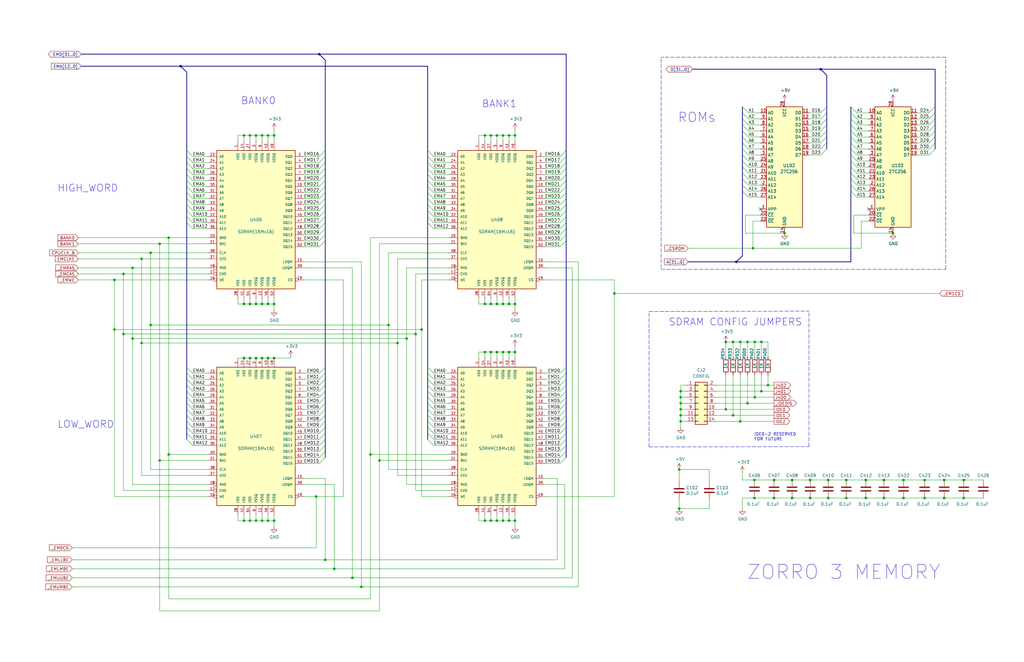
<source format=kicad_sch>
(kicad_sch (version 20231120) (generator "eeschema") (generator_version "8.0")
  (paper "B")
  (title_block (title "Amiga N2630 MC68882 PLCC") (date "2024-03-24") (rev "4.1.0a"))
  (junction (at 107.95 151.13))
  (junction (at 346.075 29.21))
  (junction (at 212.09 57.15))
  (junction (at 207.01 128.27))
  (junction (at 133.35 209.55))
  (junction (at 398.145 210.185))
  (junction (at 115.57 219.71))
  (junction (at 113.03 219.71))
  (junction (at 76.2 27.94))
  (junction (at 334.01 202.565))
  (junction (at 406.4 210.185))
  (junction (at 334.01 210.185))
  (junction (at 381 202.565))
  (junction (at 175.26 140.97))
  (junction (at 312.166 177.8))
  (junction (at 71.12 191.77))
  (junction (at 306.07 144.272))
  (junction (at 115.57 57.15))
  (junction (at 110.49 219.71))
  (junction (at 140.97 240.03))
  (junction (at 318.135 210.185))
  (junction (at 55.88 142.875))
  (junction (at 318.135 202.565))
  (junction (at 365.125 202.565))
  (junction (at 398.145 202.565))
  (junction (at 372.745 210.185))
  (junction (at 321.056 144.272))
  (junction (at 107.95 219.71))
  (junction (at 321.056 165.1))
  (junction (at 381 210.185))
  (junction (at 376.555 98.425))
  (junction (at 326.39 202.565))
  (junction (at 113.03 151.13))
  (junction (at 212.09 128.27))
  (junction (at 315.214 170.18))
  (junction (at 317.5 104.775))
  (junction (at 204.47 219.71))
  (junction (at 312.166 144.272))
  (junction (at 349.25 210.185))
  (junction (at 171.45 142.875))
  (junction (at 341.63 210.185))
  (junction (at 207.01 148.59))
  (junction (at 102.87 151.13))
  (junction (at 330.835 98.425))
  (junction (at 310.515 110.49))
  (junction (at 115.57 128.27))
  (junction (at 102.87 57.15))
  (junction (at 177.8 139.065))
  (junction (at 217.17 219.71))
  (junction (at 306.07 172.72))
  (junction (at 152.4 247.65))
  (junction (at 209.55 148.59))
  (junction (at 287.02 175.26))
  (junction (at 204.47 57.15))
  (junction (at 209.55 128.27))
  (junction (at 287.02 165.1))
  (junction (at 204.47 148.59))
  (junction (at 323.85 162.56))
  (junction (at 209.55 57.15))
  (junction (at 105.41 128.27))
  (junction (at 67.31 102.87))
  (junction (at 356.87 210.185))
  (junction (at 63.5 137.16))
  (junction (at 214.63 57.15))
  (junction (at 214.63 148.59))
  (junction (at 309.118 144.272))
  (junction (at 110.49 151.13))
  (junction (at 309.118 175.26))
  (junction (at 59.69 144.78))
  (junction (at 217.17 57.15))
  (junction (at 167.64 144.78))
  (junction (at 52.07 140.97))
  (junction (at 55.88 113.03))
  (junction (at 102.87 128.27))
  (junction (at 163.83 137.16))
  (junction (at 59.69 109.22))
  (junction (at 287.02 167.64))
  (junction (at 341.63 202.565))
  (junction (at 207.01 219.71))
  (junction (at 318.262 167.64))
  (junction (at 156.21 191.77))
  (junction (at 160.02 194.31))
  (junction (at 209.55 219.71))
  (junction (at 105.41 151.13))
  (junction (at 105.41 57.15))
  (junction (at 63.5 106.68))
  (junction (at 372.745 202.565))
  (junction (at 105.41 219.71))
  (junction (at 48.26 139.065))
  (junction (at 67.31 194.31))
  (junction (at 287.02 172.72))
  (junction (at 107.95 57.15))
  (junction (at 326.39 210.185))
  (junction (at 286.385 198.12))
  (junction (at 259.08 123.825))
  (junction (at 406.4 202.565))
  (junction (at 48.26 118.11))
  (junction (at 148.59 243.84))
  (junction (at 110.49 57.15))
  (junction (at 52.07 115.57))
  (junction (at 212.09 148.59))
  (junction (at 315.214 144.272))
  (junction (at 356.87 202.565))
  (junction (at 102.87 219.71))
  (junction (at 71.12 100.33))
  (junction (at 287.02 170.18))
  (junction (at 134.62 22.86))
  (junction (at 217.17 128.27))
  (junction (at 214.63 128.27))
  (junction (at 115.57 151.13))
  (junction (at 365.125 210.185))
  (junction (at 110.49 128.27))
  (junction (at 204.47 128.27))
  (junction (at 137.16 236.22))
  (junction (at 318.262 144.272))
  (junction (at 217.17 148.59))
  (junction (at 287.02 177.8))
  (junction (at 113.03 57.15))
  (junction (at 389.89 210.185))
  (junction (at 107.95 128.27))
  (junction (at 113.03 128.27))
  (junction (at 207.01 57.15))
  (junction (at 214.63 219.71))
  (junction (at 286.385 214.63))
  (junction (at 349.25 202.565))
  (junction (at 389.89 202.565))
  (junction (at 212.09 219.71))
  (no_connect (at 366.395 88.265))
  (no_connect (at 320.675 88.265))
  (bus_entry (at 81.28 157.48) (size -2.54 -2.54))
  (bus_entry (at 236.22 83.82) (size 2.54 -2.54))
  (bus_entry (at 134.62 101.6) (size 2.54 -2.54))
  (bus_entry (at 134.62 86.36) (size 2.54 -2.54))
  (bus_entry (at 236.22 193.04) (size 2.54 -2.54))
  (bus_entry (at 236.22 172.72) (size 2.54 -2.54))
  (bus_entry (at 391.795 65.405) (size 2.54 -2.54))
  (bus_entry (at 134.62 187.96) (size 2.54 -2.54))
  (bus_entry (at 81.28 86.36) (size -2.54 -2.54))
  (bus_entry (at 391.795 52.705) (size 2.54 -2.54))
  (bus_entry (at 81.28 88.9) (size -2.54 -2.54))
  (bus_entry (at 236.22 73.66) (size 2.54 -2.54))
  (bus_entry (at 81.28 73.66) (size -2.54 -2.54))
  (bus_entry (at 134.62 193.04) (size 2.54 -2.54))
  (bus_entry (at 134.62 190.5) (size 2.54 -2.54))
  (bus_entry (at 236.22 66.04) (size 2.54 -2.54))
  (bus_entry (at 134.62 170.18) (size 2.54 -2.54))
  (bus_entry (at 134.62 88.9) (size 2.54 -2.54))
  (bus_entry (at 315.595 70.485) (size -2.54 -2.54))
  (bus_entry (at 182.88 66.04) (size -2.54 -2.54))
  (bus_entry (at 182.88 88.9) (size -2.54 -2.54))
  (bus_entry (at 182.88 180.34) (size -2.54 -2.54))
  (bus_entry (at 236.22 71.12) (size 2.54 -2.54))
  (bus_entry (at 134.62 182.88) (size 2.54 -2.54))
  (bus_entry (at 81.28 93.98) (size -2.54 -2.54))
  (bus_entry (at 361.315 47.625) (size -2.54 -2.54))
  (bus_entry (at 81.28 172.72) (size -2.54 -2.54))
  (bus_entry (at 81.28 71.12) (size -2.54 -2.54))
  (bus_entry (at 361.315 52.705) (size -2.54 -2.54))
  (bus_entry (at 361.315 55.245) (size -2.54 -2.54))
  (bus_entry (at 346.075 65.405) (size 2.54 -2.54))
  (bus_entry (at 182.88 78.74) (size -2.54 -2.54))
  (bus_entry (at 182.88 175.26) (size -2.54 -2.54))
  (bus_entry (at 182.88 187.96) (size -2.54 -2.54))
  (bus_entry (at 182.88 177.8) (size -2.54 -2.54))
  (bus_entry (at 182.88 91.44) (size -2.54 -2.54))
  (bus_entry (at 236.22 68.58) (size 2.54 -2.54))
  (bus_entry (at 315.595 47.625) (size -2.54 -2.54))
  (bus_entry (at 81.28 83.82) (size -2.54 -2.54))
  (bus_entry (at 134.62 180.34) (size 2.54 -2.54))
  (bus_entry (at 236.22 76.2) (size 2.54 -2.54))
  (bus_entry (at 182.88 170.18) (size -2.54 -2.54))
  (bus_entry (at 315.595 78.105) (size -2.54 -2.54))
  (bus_entry (at 346.075 55.245) (size 2.54 -2.54))
  (bus_entry (at 236.22 177.8) (size 2.54 -2.54))
  (bus_entry (at 361.315 83.185) (size -2.54 -2.54))
  (bus_entry (at 315.595 67.945) (size -2.54 -2.54))
  (bus_entry (at 236.22 182.88) (size 2.54 -2.54))
  (bus_entry (at 81.28 68.58) (size -2.54 -2.54))
  (bus_entry (at 81.28 165.1) (size -2.54 -2.54))
  (bus_entry (at 361.315 73.025) (size -2.54 -2.54))
  (bus_entry (at 81.28 162.56) (size -2.54 -2.54))
  (bus_entry (at 236.22 93.98) (size 2.54 -2.54))
  (bus_entry (at 81.28 187.96) (size -2.54 -2.54))
  (bus_entry (at 236.22 86.36) (size 2.54 -2.54))
  (bus_entry (at 315.595 80.645) (size -2.54 -2.54))
  (bus_entry (at 81.28 175.26) (size -2.54 -2.54))
  (bus_entry (at 236.22 165.1) (size 2.54 -2.54))
  (bus_entry (at 134.62 167.64) (size 2.54 -2.54))
  (bus_entry (at 81.28 177.8) (size -2.54 -2.54))
  (bus_entry (at 315.595 52.705) (size -2.54 -2.54))
  (bus_entry (at 134.62 78.74) (size 2.54 -2.54))
  (bus_entry (at 361.315 62.865) (size -2.54 -2.54))
  (bus_entry (at 236.22 167.64) (size 2.54 -2.54))
  (bus_entry (at 236.22 175.26) (size 2.54 -2.54))
  (bus_entry (at 361.315 65.405) (size -2.54 -2.54))
  (bus_entry (at 236.22 81.28) (size 2.54 -2.54))
  (bus_entry (at 134.62 93.98) (size 2.54 -2.54))
  (bus_entry (at 182.88 162.56) (size -2.54 -2.54))
  (bus_entry (at 236.22 180.34) (size 2.54 -2.54))
  (bus_entry (at 391.795 50.165) (size 2.54 -2.54))
  (bus_entry (at 182.88 167.64) (size -2.54 -2.54))
  (bus_entry (at 236.22 185.42) (size 2.54 -2.54))
  (bus_entry (at 134.62 73.66) (size 2.54 -2.54))
  (bus_entry (at 182.88 83.82) (size -2.54 -2.54))
  (bus_entry (at 134.62 71.12) (size 2.54 -2.54))
  (bus_entry (at 236.22 101.6) (size 2.54 -2.54))
  (bus_entry (at 134.62 160.02) (size 2.54 -2.54))
  (bus_entry (at 182.88 76.2) (size -2.54 -2.54))
  (bus_entry (at 134.62 165.1) (size 2.54 -2.54))
  (bus_entry (at 81.28 167.64) (size -2.54 -2.54))
  (bus_entry (at 236.22 190.5) (size 2.54 -2.54))
  (bus_entry (at 182.88 165.1) (size -2.54 -2.54))
  (bus_entry (at 315.595 75.565) (size -2.54 -2.54))
  (bus_entry (at 346.075 47.625) (size 2.54 -2.54))
  (bus_entry (at 134.62 68.58) (size 2.54 -2.54))
  (bus_entry (at 134.62 66.04) (size 2.54 -2.54))
  (bus_entry (at 315.595 55.245) (size -2.54 -2.54))
  (bus_entry (at 315.595 73.025) (size -2.54 -2.54))
  (bus_entry (at 81.28 96.52) (size -2.54 -2.54))
  (bus_entry (at 236.22 187.96) (size 2.54 -2.54))
  (bus_entry (at 361.315 60.325) (size -2.54 -2.54))
  (bus_entry (at 81.28 76.2) (size -2.54 -2.54))
  (bus_entry (at 134.62 91.44) (size 2.54 -2.54))
  (bus_entry (at 134.62 99.06) (size 2.54 -2.54))
  (bus_entry (at 236.22 88.9) (size 2.54 -2.54))
  (bus_entry (at 236.22 195.58) (size 2.54 -2.54))
  (bus_entry (at 182.88 182.88) (size -2.54 -2.54))
  (bus_entry (at 182.88 157.48) (size -2.54 -2.54))
  (bus_entry (at 361.315 67.945) (size -2.54 -2.54))
  (bus_entry (at 346.075 57.785) (size 2.54 -2.54))
  (bus_entry (at 134.62 96.52) (size 2.54 -2.54))
  (bus_entry (at 134.62 162.56) (size 2.54 -2.54))
  (bus_entry (at 81.28 185.42) (size -2.54 -2.54))
  (bus_entry (at 134.62 172.72) (size 2.54 -2.54))
  (bus_entry (at 236.22 96.52) (size 2.54 -2.54))
  (bus_entry (at 81.28 66.04) (size -2.54 -2.54))
  (bus_entry (at 81.28 81.28) (size -2.54 -2.54))
  (bus_entry (at 236.22 104.14) (size 2.54 -2.54))
  (bus_entry (at 236.22 78.74) (size 2.54 -2.54))
  (bus_entry (at 81.28 170.18) (size -2.54 -2.54))
  (bus_entry (at 81.28 78.74) (size -2.54 -2.54))
  (bus_entry (at 236.22 99.06) (size 2.54 -2.54))
  (bus_entry (at 315.595 83.185) (size -2.54 -2.54))
  (bus_entry (at 236.22 162.56) (size 2.54 -2.54))
  (bus_entry (at 134.62 185.42) (size 2.54 -2.54))
  (bus_entry (at 236.22 160.02) (size 2.54 -2.54))
  (bus_entry (at 182.88 185.42) (size -2.54 -2.54))
  (bus_entry (at 346.075 60.325) (size 2.54 -2.54))
  (bus_entry (at 346.075 52.705) (size 2.54 -2.54))
  (bus_entry (at 361.315 57.785) (size -2.54 -2.54))
  (bus_entry (at 134.62 83.82) (size 2.54 -2.54))
  (bus_entry (at 182.88 71.12) (size -2.54 -2.54))
  (bus_entry (at 361.315 70.485) (size -2.54 -2.54))
  (bus_entry (at 81.28 180.34) (size -2.54 -2.54))
  (bus_entry (at 236.22 157.48) (size 2.54 -2.54))
  (bus_entry (at 315.595 50.165) (size -2.54 -2.54))
  (bus_entry (at 391.795 62.865) (size 2.54 -2.54))
  (bus_entry (at 391.795 55.245) (size 2.54 -2.54))
  (bus_entry (at 134.62 177.8) (size 2.54 -2.54))
  (bus_entry (at 182.88 93.98) (size -2.54 -2.54))
  (bus_entry (at 81.28 182.88) (size -2.54 -2.54))
  (bus_entry (at 346.075 62.865) (size 2.54 -2.54))
  (bus_entry (at 315.595 57.785) (size -2.54 -2.54))
  (bus_entry (at 236.22 91.44) (size 2.54 -2.54))
  (bus_entry (at 182.88 160.02) (size -2.54 -2.54))
  (bus_entry (at 134.62 104.14) (size 2.54 -2.54))
  (bus_entry (at 391.795 60.325) (size 2.54 -2.54))
  (bus_entry (at 182.88 172.72) (size -2.54 -2.54))
  (bus_entry (at 134.62 195.58) (size 2.54 -2.54))
  (bus_entry (at 361.315 80.645) (size -2.54 -2.54))
  (bus_entry (at 315.595 65.405) (size -2.54 -2.54))
  (bus_entry (at 391.795 57.785) (size 2.54 -2.54))
  (bus_entry (at 391.795 47.625) (size 2.54 -2.54))
  (bus_entry (at 182.88 68.58) (size -2.54 -2.54))
  (bus_entry (at 134.62 81.28) (size 2.54 -2.54))
  (bus_entry (at 361.315 75.565) (size -2.54 -2.54))
  (bus_entry (at 182.88 86.36) (size -2.54 -2.54))
  (bus_entry (at 81.28 91.44) (size -2.54 -2.54))
  (bus_entry (at 346.075 50.165) (size 2.54 -2.54))
  (bus_entry (at 182.88 81.28) (size -2.54 -2.54))
  (bus_entry (at 315.595 62.865) (size -2.54 -2.54))
  (bus_entry (at 134.62 157.48) (size 2.54 -2.54))
  (bus_entry (at 361.315 50.165) (size -2.54 -2.54))
  (bus_entry (at 134.62 76.2) (size 2.54 -2.54))
  (bus_entry (at 361.315 78.105) (size -2.54 -2.54))
  (bus_entry (at 81.28 160.02) (size -2.54 -2.54))
  (bus_entry (at 134.62 175.26) (size 2.54 -2.54))
  (bus_entry (at 315.595 60.325) (size -2.54 -2.54))
  (bus_entry (at 182.88 73.66) (size -2.54 -2.54))
  (bus_entry (at 236.22 170.18) (size 2.54 -2.54))
  (bus_entry (at 182.88 96.52) (size -2.54 -2.54))
  (bus (pts (xy 238.76 22.86) (xy 238.76 63.5)))
  (bus (pts (xy 78.74 93.98) (xy 78.74 154.94)))
  (wire (pts (xy 214.63 151.13) (xy 214.63 148.59)))
  (bus (pts (xy 346.075 29.21) (xy 394.335 29.21)))
  (wire (pts (xy 128.27 71.12) (xy 134.62 71.12)))
  (wire (pts (xy 229.87 157.48) (xy 236.22 157.48)))
  (wire (pts (xy 87.63 182.88) (xy 81.28 182.88)))
  (wire (pts (xy 314.325 90.805) (xy 314.325 98.425)))
  (wire (pts (xy 128.27 68.58) (xy 134.62 68.58)))
  (wire (pts (xy 381 210.185) (xy 389.89 210.185)))
  (wire (pts (xy 167.64 144.78) (xy 167.64 200.66)))
  (wire (pts (xy 115.57 57.15) (xy 115.57 54.61)))
  (wire (pts (xy 229.87 170.18) (xy 236.22 170.18)))
  (wire (pts (xy 115.57 59.69) (xy 115.57 57.15)))
  (bus (pts (xy 238.76 66.04) (xy 238.76 68.58)))
  (wire (pts (xy 59.69 200.66) (xy 59.69 144.78)))
  (bus (pts (xy 238.76 175.26) (xy 238.76 177.8)))
  (wire (pts (xy 156.21 252.73) (xy 71.12 252.73)))
  (bus (pts (xy 313.055 47.625) (xy 313.055 50.165)))
  (wire (pts (xy 323.85 158.242) (xy 323.85 162.56)))
  (bus (pts (xy 358.775 62.865) (xy 358.775 65.405)))
  (bus (pts (xy 238.76 154.94) (xy 238.76 157.48)))
  (wire (pts (xy 189.23 160.02) (xy 182.88 160.02)))
  (bus (pts (xy 180.34 27.94) (xy 180.34 63.5)))
  (wire (pts (xy 363.22 93.345) (xy 363.22 104.775)))
  (bus (pts (xy 358.775 67.945) (xy 358.775 70.485)))
  (wire (pts (xy 321.056 158.242) (xy 321.056 165.1)))
  (wire (pts (xy 229.87 76.2) (xy 236.22 76.2)))
  (bus (pts (xy 137.16 185.42) (xy 137.16 187.96)))
  (wire (pts (xy 189.23 115.57) (xy 175.26 115.57)))
  (wire (pts (xy 386.715 52.705) (xy 391.795 52.705)))
  (bus (pts (xy 180.34 162.56) (xy 180.34 165.1)))
  (wire (pts (xy 59.69 144.78) (xy 167.64 144.78)))
  (wire (pts (xy 87.63 113.03) (xy 55.88 113.03)))
  (bus (pts (xy 238.76 99.06) (xy 238.76 101.6)))
  (wire (pts (xy 128.27 190.5) (xy 134.62 190.5)))
  (bus (pts (xy 358.775 60.325) (xy 358.775 62.865)))
  (wire (pts (xy 302.006 177.8) (xy 312.166 177.8)))
  (wire (pts (xy 289.306 172.72) (xy 287.02 172.72)))
  (bus (pts (xy 348.615 31.75) (xy 348.615 45.085)))
  (wire (pts (xy 140.97 240.03) (xy 30.48 240.03)))
  (wire (pts (xy 67.31 257.81) (xy 160.02 257.81)))
  (wire (pts (xy 100.33 57.15) (xy 102.87 57.15)))
  (wire (pts (xy 189.23 102.87) (xy 160.02 102.87)))
  (wire (pts (xy 189.23 175.26) (xy 182.88 175.26)))
  (wire (pts (xy 366.395 78.105) (xy 361.315 78.105)))
  (wire (pts (xy 67.31 194.31) (xy 67.31 102.87)))
  (wire (pts (xy 365.125 210.185) (xy 372.745 210.185)))
  (wire (pts (xy 287.02 165.1) (xy 287.02 167.64)))
  (wire (pts (xy 320.675 55.245) (xy 315.595 55.245)))
  (wire (pts (xy 167.64 109.22) (xy 167.64 144.78)))
  (wire (pts (xy 189.23 76.2) (xy 182.88 76.2)))
  (wire (pts (xy 312.166 144.272) (xy 315.214 144.272)))
  (wire (pts (xy 340.995 55.245) (xy 346.075 55.245)))
  (wire (pts (xy 320.675 62.865) (xy 315.595 62.865)))
  (wire (pts (xy 189.23 100.33) (xy 156.21 100.33)))
  (bus (pts (xy 137.16 170.18) (xy 137.16 172.72)))
  (polyline (pts (xy 398.78 113.665) (xy 398.78 24.13)) (stroke (width 0) (type dash)))
  (wire (pts (xy 52.07 115.57) (xy 87.63 115.57)))
  (wire (pts (xy 318.135 202.565) (xy 326.39 202.565)))
  (wire (pts (xy 386.715 55.245) (xy 391.795 55.245)))
  (wire (pts (xy 175.26 115.57) (xy 175.26 140.97)))
  (bus (pts (xy 137.16 157.48) (xy 137.16 160.02)))
  (bus (pts (xy 394.335 45.085) (xy 394.335 47.625)))
  (wire (pts (xy 189.23 207.01) (xy 175.26 207.01)))
  (wire (pts (xy 207.01 217.17) (xy 207.01 219.71)))
  (wire (pts (xy 87.63 78.74) (xy 81.28 78.74)))
  (wire (pts (xy 286.385 203.2) (xy 286.385 198.12)))
  (wire (pts (xy 189.23 68.58) (xy 182.88 68.58)))
  (wire (pts (xy 309.118 150.622) (xy 309.118 144.272)))
  (bus (pts (xy 238.76 165.1) (xy 238.76 167.64)))
  (bus (pts (xy 137.16 93.98) (xy 137.16 96.52)))
  (wire (pts (xy 340.995 57.785) (xy 346.075 57.785)))
  (wire (pts (xy 289.306 170.18) (xy 287.02 170.18)))
  (wire (pts (xy 128.27 81.28) (xy 134.62 81.28)))
  (wire (pts (xy 320.675 65.405) (xy 315.595 65.405)))
  (wire (pts (xy 160.02 194.31) (xy 160.02 257.81)))
  (bus (pts (xy 137.16 25.4) (xy 134.62 22.86)))
  (wire (pts (xy 321.056 144.272) (xy 323.85 144.272)))
  (bus (pts (xy 180.34 88.9) (xy 180.34 91.44)))
  (wire (pts (xy 289.306 175.26) (xy 287.02 175.26)))
  (wire (pts (xy 372.745 202.565) (xy 381 202.565)))
  (wire (pts (xy 201.93 128.27) (xy 204.47 128.27)))
  (bus (pts (xy 180.34 180.34) (xy 180.34 182.88)))
  (bus (pts (xy 134.62 22.86) (xy 238.76 22.86)))
  (wire (pts (xy 209.55 148.59) (xy 212.09 148.59)))
  (wire (pts (xy 302.006 162.56) (xy 323.85 162.56)))
  (wire (pts (xy 100.33 219.71) (xy 102.87 219.71)))
  (wire (pts (xy 128.27 170.18) (xy 134.62 170.18)))
  (wire (pts (xy 366.395 73.025) (xy 361.315 73.025)))
  (wire (pts (xy 87.63 109.22) (xy 59.69 109.22)))
  (wire (pts (xy 63.5 198.12) (xy 63.5 137.16)))
  (wire (pts (xy 201.93 125.73) (xy 201.93 128.27)))
  (bus (pts (xy 313.055 75.565) (xy 313.055 78.105)))
  (wire (pts (xy 204.47 148.59) (xy 207.01 148.59)))
  (wire (pts (xy 163.83 137.16) (xy 163.83 198.12)))
  (bus (pts (xy 180.34 71.12) (xy 180.34 73.66)))
  (wire (pts (xy 318.135 202.565) (xy 313.055 202.565)))
  (wire (pts (xy 340.995 52.705) (xy 346.075 52.705)))
  (wire (pts (xy 259.08 123.825) (xy 259.08 209.55)))
  (wire (pts (xy 299.085 198.12) (xy 299.085 203.2)))
  (wire (pts (xy 87.63 167.64) (xy 81.28 167.64)))
  (wire (pts (xy 229.87 81.28) (xy 236.22 81.28)))
  (bus (pts (xy 180.34 73.66) (xy 180.34 76.2)))
  (wire (pts (xy 229.87 113.03) (xy 241.3 113.03)))
  (bus (pts (xy 137.16 167.64) (xy 137.16 170.18)))
  (bus (pts (xy 358.775 50.165) (xy 358.775 52.705)))
  (wire (pts (xy 398.145 202.565) (xy 406.4 202.565)))
  (wire (pts (xy 189.23 88.9) (xy 182.88 88.9)))
  (wire (pts (xy 48.26 139.065) (xy 48.26 209.55)))
  (wire (pts (xy 201.93 57.15) (xy 204.47 57.15)))
  (wire (pts (xy 102.87 219.71) (xy 105.41 219.71)))
  (bus (pts (xy 180.34 182.88) (xy 180.34 185.42)))
  (wire (pts (xy 366.395 57.785) (xy 361.315 57.785)))
  (wire (pts (xy 102.87 151.13) (xy 105.41 151.13)))
  (wire (pts (xy 318.135 210.185) (xy 326.39 210.185)))
  (bus (pts (xy 137.16 91.44) (xy 137.16 93.98)))
  (wire (pts (xy 299.085 214.63) (xy 299.085 210.82)))
  (wire (pts (xy 366.395 75.565) (xy 361.315 75.565)))
  (wire (pts (xy 214.63 217.17) (xy 214.63 219.71)))
  (bus (pts (xy 180.34 76.2) (xy 180.34 78.74)))
  (wire (pts (xy 107.95 151.13) (xy 110.49 151.13)))
  (wire (pts (xy 212.09 217.17) (xy 212.09 219.71)))
  (wire (pts (xy 302.006 167.64) (xy 318.262 167.64)))
  (bus (pts (xy 137.16 182.88) (xy 137.16 185.42)))
  (bus (pts (xy 394.335 52.705) (xy 394.335 55.245)))
  (wire (pts (xy 317.5 104.775) (xy 290.195 104.775)))
  (wire (pts (xy 71.12 191.77) (xy 71.12 100.33)))
  (wire (pts (xy 320.675 47.625) (xy 315.595 47.625)))
  (wire (pts (xy 189.23 78.74) (xy 182.88 78.74)))
  (wire (pts (xy 189.23 194.31) (xy 160.02 194.31)))
  (wire (pts (xy 128.27 162.56) (xy 134.62 162.56)))
  (wire (pts (xy 234.95 201.93) (xy 234.95 236.22)))
  (wire (pts (xy 340.995 47.625) (xy 346.075 47.625)))
  (bus (pts (xy 348.615 52.705) (xy 348.615 55.245)))
  (wire (pts (xy 214.63 219.71) (xy 217.17 219.71)))
  (bus (pts (xy 358.775 80.645) (xy 358.775 110.49)))
  (wire (pts (xy 128.27 88.9) (xy 134.62 88.9)))
  (bus (pts (xy 78.74 78.74) (xy 78.74 81.28)))
  (wire (pts (xy 229.87 83.82) (xy 236.22 83.82)))
  (wire (pts (xy 320.675 83.185) (xy 315.595 83.185)))
  (wire (pts (xy 286.385 214.63) (xy 299.085 214.63)))
  (wire (pts (xy 366.395 67.945) (xy 361.315 67.945)))
  (wire (pts (xy 105.41 125.73) (xy 105.41 128.27)))
  (bus (pts (xy 180.34 167.64) (xy 180.34 170.18)))
  (wire (pts (xy 217.17 148.59) (xy 217.17 146.05)))
  (wire (pts (xy 163.83 198.12) (xy 189.23 198.12)))
  (wire (pts (xy 189.23 96.52) (xy 182.88 96.52)))
  (bus (pts (xy 180.34 86.36) (xy 180.34 88.9)))
  (polyline (pts (xy 341.122 188.468) (xy 341.122 131.318)) (stroke (width 0) (type dash)))
  (wire (pts (xy 309.118 175.26) (xy 326.39 175.26)))
  (bus (pts (xy 180.34 91.44) (xy 180.34 93.98)))
  (wire (pts (xy 386.715 62.865) (xy 391.795 62.865)))
  (wire (pts (xy 87.63 177.8) (xy 81.28 177.8)))
  (bus (pts (xy 76.2 27.94) (xy 180.34 27.94)))
  (wire (pts (xy 229.87 99.06) (xy 236.22 99.06)))
  (wire (pts (xy 229.87 187.96) (xy 236.22 187.96)))
  (wire (pts (xy 398.145 210.185) (xy 406.4 210.185)))
  (bus (pts (xy 310.515 110.49) (xy 358.775 110.49)))
  (wire (pts (xy 189.23 170.18) (xy 182.88 170.18)))
  (wire (pts (xy 365.125 202.565) (xy 356.87 202.565)))
  (wire (pts (xy 363.22 104.775) (xy 317.5 104.775)))
  (wire (pts (xy 102.87 128.27) (xy 105.41 128.27)))
  (wire (pts (xy 48.26 118.11) (xy 33.02 118.11)))
  (wire (pts (xy 229.87 204.47) (xy 238.125 204.47)))
  (bus (pts (xy 78.74 81.28) (xy 78.74 83.82)))
  (bus (pts (xy 137.16 154.94) (xy 137.16 157.48)))
  (bus (pts (xy 238.76 182.88) (xy 238.76 185.42)))
  (wire (pts (xy 87.63 191.77) (xy 71.12 191.77)))
  (wire (pts (xy 340.995 65.405) (xy 346.075 65.405)))
  (polyline (pts (xy 278.765 113.665) (xy 398.78 113.665)) (stroke (width 0) (type dash)))
  (wire (pts (xy 238.125 240.03) (xy 238.125 204.47)))
  (wire (pts (xy 229.87 96.52) (xy 236.22 96.52)))
  (wire (pts (xy 321.056 165.1) (xy 302.006 165.1)))
  (bus (pts (xy 238.76 180.34) (xy 238.76 182.88)))
  (wire (pts (xy 381 202.565) (xy 389.89 202.565)))
  (wire (pts (xy 334.01 202.565) (xy 341.63 202.565)))
  (bus (pts (xy 238.76 162.56) (xy 238.76 165.1)))
  (bus (pts (xy 78.74 162.56) (xy 78.74 165.1)))
  (wire (pts (xy 209.55 125.73) (xy 209.55 128.27)))
  (wire (pts (xy 128.27 201.93) (xy 137.16 201.93)))
  (wire (pts (xy 63.5 137.16) (xy 63.5 106.68)))
  (wire (pts (xy 212.09 151.13) (xy 212.09 148.59)))
  (wire (pts (xy 87.63 157.48) (xy 81.28 157.48)))
  (bus (pts (xy 313.055 52.705) (xy 313.055 55.245)))
  (wire (pts (xy 52.07 207.01) (xy 52.07 140.97)))
  (bus (pts (xy 292.1 29.21) (xy 346.075 29.21)))
  (bus (pts (xy 180.34 175.26) (xy 180.34 177.8)))
  (wire (pts (xy 189.23 91.44) (xy 182.88 91.44)))
  (wire (pts (xy 128.27 175.26) (xy 134.62 175.26)))
  (wire (pts (xy 313.055 202.565) (xy 313.055 199.39)))
  (wire (pts (xy 67.31 194.31) (xy 67.31 257.81)))
  (wire (pts (xy 209.55 219.71) (xy 212.09 219.71)))
  (bus (pts (xy 358.775 65.405) (xy 358.775 67.945)))
  (wire (pts (xy 105.41 128.27) (xy 107.95 128.27)))
  (wire (pts (xy 209.55 217.17) (xy 209.55 219.71)))
  (wire (pts (xy 340.995 62.865) (xy 346.075 62.865)))
  (polyline (pts (xy 398.78 24.13) (xy 278.765 24.13)) (stroke (width 0) (type dash)))
  (wire (pts (xy 115.57 151.13) (xy 122.555 151.13)))
  (wire (pts (xy 201.93 217.17) (xy 201.93 219.71)))
  (wire (pts (xy 107.95 128.27) (xy 110.49 128.27)))
  (wire (pts (xy 386.715 50.165) (xy 391.795 50.165)))
  (bus (pts (xy 238.76 170.18) (xy 238.76 172.72)))
  (wire (pts (xy 140.97 204.47) (xy 140.97 240.03)))
  (wire (pts (xy 87.63 118.11) (xy 48.26 118.11)))
  (wire (pts (xy 209.55 151.13) (xy 209.55 148.59)))
  (wire (pts (xy 366.395 70.485) (xy 361.315 70.485)))
  (wire (pts (xy 366.395 65.405) (xy 361.315 65.405)))
  (wire (pts (xy 113.03 219.71) (xy 115.57 219.71)))
  (wire (pts (xy 87.63 81.28) (xy 81.28 81.28)))
  (wire (pts (xy 320.675 57.785) (xy 315.595 57.785)))
  (bus (pts (xy 180.34 177.8) (xy 180.34 180.34)))
  (wire (pts (xy 177.8 118.11) (xy 177.8 139.065)))
  (bus (pts (xy 313.055 80.645) (xy 313.055 107.95)))
  (wire (pts (xy 349.25 202.565) (xy 341.63 202.565)))
  (wire (pts (xy 341.63 210.185) (xy 349.25 210.185)))
  (wire (pts (xy 217.17 59.69) (xy 217.17 57.15)))
  (bus (pts (xy 238.76 172.72) (xy 238.76 175.26)))
  (wire (pts (xy 366.395 55.245) (xy 361.315 55.245)))
  (bus (pts (xy 348.615 57.785) (xy 348.615 60.325)))
  (bus (pts (xy 238.76 185.42) (xy 238.76 187.96)))
  (wire (pts (xy 115.57 219.71) (xy 115.57 222.25)))
  (bus (pts (xy 180.34 81.28) (xy 180.34 83.82)))
  (wire (pts (xy 201.93 148.59) (xy 204.47 148.59)))
  (wire (pts (xy 102.87 125.73) (xy 102.87 128.27)))
  (wire (pts (xy 229.87 190.5) (xy 236.22 190.5)))
  (wire (pts (xy 204.47 217.17) (xy 204.47 219.71)))
  (wire (pts (xy 71.12 100.33) (xy 33.02 100.33)))
  (wire (pts (xy 52.07 140.97) (xy 175.26 140.97)))
  (wire (pts (xy 189.23 66.04) (xy 182.88 66.04)))
  (bus (pts (xy 78.74 76.2) (xy 78.74 78.74)))
  (bus (pts (xy 313.055 67.945) (xy 313.055 70.485)))
  (wire (pts (xy 389.89 202.565) (xy 398.145 202.565)))
  (wire (pts (xy 217.17 128.27) (xy 217.17 125.73)))
  (bus (pts (xy 78.74 180.34) (xy 78.74 182.88)))
  (wire (pts (xy 107.95 219.71) (xy 110.49 219.71)))
  (wire (pts (xy 152.4 110.49) (xy 152.4 247.65)))
  (wire (pts (xy 229.87 165.1) (xy 236.22 165.1)))
  (wire (pts (xy 128.27 86.36) (xy 134.62 86.36)))
  (wire (pts (xy 366.395 62.865) (xy 361.315 62.865)))
  (wire (pts (xy 366.395 90.805) (xy 360.045 90.805)))
  (bus (pts (xy 137.16 63.5) (xy 137.16 66.04)))
  (wire (pts (xy 366.395 83.185) (xy 361.315 83.185)))
  (bus (pts (xy 358.775 75.565) (xy 358.775 78.105)))
  (wire (pts (xy 137.16 236.22) (xy 234.95 236.22)))
  (wire (pts (xy 315.214 144.272) (xy 318.262 144.272)))
  (wire (pts (xy 229.87 91.44) (xy 236.22 91.44)))
  (bus (pts (xy 78.74 66.04) (xy 78.74 68.58)))
  (wire (pts (xy 102.87 57.15) (xy 105.41 57.15)))
  (wire (pts (xy 286.385 210.82) (xy 286.385 214.63)))
  (wire (pts (xy 189.23 180.34) (xy 182.88 180.34)))
  (bus (pts (xy 34.29 27.94) (xy 76.2 27.94)))
  (wire (pts (xy 302.006 170.18) (xy 315.214 170.18)))
  (bus (pts (xy 78.74 73.66) (xy 78.74 76.2)))
  (bus (pts (xy 137.16 187.96) (xy 137.16 190.5)))
  (wire (pts (xy 287.02 175.26) (xy 287.02 177.8)))
  (bus (pts (xy 78.74 160.02) (xy 78.74 162.56)))
  (wire (pts (xy 189.23 187.96) (xy 182.88 187.96)))
  (bus (pts (xy 78.74 91.44) (xy 78.74 93.98)))
  (wire (pts (xy 189.23 185.42) (xy 182.88 185.42)))
  (bus (pts (xy 137.16 175.26) (xy 137.16 177.8)))
  (bus (pts (xy 313.055 70.485) (xy 313.055 73.025)))
  (bus (pts (xy 137.16 160.02) (xy 137.16 162.56)))
  (wire (pts (xy 302.006 172.72) (xy 306.07 172.72)))
  (wire (pts (xy 189.23 113.03) (xy 171.45 113.03)))
  (wire (pts (xy 87.63 76.2) (xy 81.28 76.2)))
  (wire (pts (xy 87.63 160.02) (xy 81.28 160.02)))
  (wire (pts (xy 214.63 59.69) (xy 214.63 57.15)))
  (wire (pts (xy 171.45 142.875) (xy 171.45 204.47)))
  (bus (pts (xy 313.055 62.865) (xy 313.055 65.405)))
  (bus (pts (xy 348.615 47.625) (xy 348.615 50.165)))
  (wire (pts (xy 320.675 75.565) (xy 315.595 75.565)))
  (bus (pts (xy 78.74 63.5) (xy 78.74 66.04)))
  (wire (pts (xy 287.02 162.56) (xy 287.02 165.1)))
  (wire (pts (xy 320.675 93.345) (xy 317.5 93.345)))
  (wire (pts (xy 207.01 59.69) (xy 207.01 57.15)))
  (wire (pts (xy 306.07 144.272) (xy 309.118 144.272)))
  (wire (pts (xy 366.395 93.345) (xy 363.22 93.345)))
  (wire (pts (xy 229.87 185.42) (xy 236.22 185.42)))
  (wire (pts (xy 189.23 165.1) (xy 182.88 165.1)))
  (wire (pts (xy 406.4 202.565) (xy 414.655 202.565)))
  (wire (pts (xy 320.675 73.025) (xy 315.595 73.025)))
  (wire (pts (xy 87.63 86.36) (xy 81.28 86.36)))
  (wire (pts (xy 87.63 93.98) (xy 81.28 93.98)))
  (wire (pts (xy 212.09 57.15) (xy 214.63 57.15)))
  (wire (pts (xy 204.47 128.27) (xy 207.01 128.27)))
  (wire (pts (xy 229.87 177.8) (xy 236.22 177.8)))
  (wire (pts (xy 113.03 125.73) (xy 113.03 128.27)))
  (bus (pts (xy 313.055 60.325) (xy 313.055 62.865)))
  (bus (pts (xy 238.76 96.52) (xy 238.76 99.06)))
  (wire (pts (xy 156.21 100.33) (xy 156.21 191.77)))
  (wire (pts (xy 318.262 167.64) (xy 326.39 167.64)))
  (wire (pts (xy 87.63 162.56) (xy 81.28 162.56)))
  (wire (pts (xy 229.87 88.9) (xy 236.22 88.9)))
  (bus (pts (xy 358.775 52.705) (xy 358.775 55.245)))
  (wire (pts (xy 105.41 151.13) (xy 107.95 151.13)))
  (wire (pts (xy 52.07 140.97) (xy 52.07 115.57)))
  (wire (pts (xy 207.01 125.73) (xy 207.01 128.27)))
  (wire (pts (xy 212.09 148.59) (xy 214.63 148.59)))
  (wire (pts (xy 229.87 175.26) (xy 236.22 175.26)))
  (wire (pts (xy 137.16 236.22) (xy 30.48 236.22)))
  (bus (pts (xy 238.76 157.48) (xy 238.76 160.02)))
  (wire (pts (xy 287.02 170.18) (xy 287.02 172.72)))
  (wire (pts (xy 110.49 151.13) (xy 113.03 151.13)))
  (bus (pts (xy 137.16 162.56) (xy 137.16 165.1)))
  (bus (pts (xy 358.775 45.085) (xy 358.775 47.625)))
  (wire (pts (xy 110.49 128.27) (xy 113.03 128.27)))
  (wire (pts (xy 115.57 128.27) (xy 115.57 130.81)))
  (polyline (pts (xy 273.685 131.445) (xy 341.122 131.318)) (stroke (width 0) (type dash)))
  (bus (pts (xy 394.335 60.325) (xy 394.335 62.865)))
  (bus (pts (xy 78.74 71.12) (xy 78.74 73.66)))
  (wire (pts (xy 175.26 140.97) (xy 175.26 207.01)))
  (wire (pts (xy 33.02 115.57) (xy 52.07 115.57)))
  (bus (pts (xy 34.29 22.86) (xy 134.62 22.86)))
  (wire (pts (xy 163.83 137.16) (xy 63.5 137.16)))
  (bus (pts (xy 78.74 30.48) (xy 76.2 27.94)))
  (wire (pts (xy 113.03 217.17) (xy 113.03 219.71)))
  (wire (pts (xy 209.55 57.15) (xy 212.09 57.15)))
  (wire (pts (xy 229.87 71.12) (xy 236.22 71.12)))
  (bus (pts (xy 358.775 55.245) (xy 358.775 57.785)))
  (wire (pts (xy 212.09 128.27) (xy 214.63 128.27)))
  (bus (pts (xy 358.775 70.485) (xy 358.775 73.025)))
  (bus (pts (xy 238.76 73.66) (xy 238.76 76.2)))
  (wire (pts (xy 217.17 219.71) (xy 217.17 217.17)))
  (wire (pts (xy 201.93 59.69) (xy 201.93 57.15)))
  (wire (pts (xy 229.87 193.04) (xy 236.22 193.04)))
  (wire (pts (xy 189.23 118.11) (xy 177.8 118.11)))
  (wire (pts (xy 318.135 210.185) (xy 313.055 210.185)))
  (wire (pts (xy 152.4 247.65) (xy 30.48 247.65)))
  (wire (pts (xy 128.27 180.34) (xy 134.62 180.34)))
  (wire (pts (xy 100.33 217.17) (xy 100.33 219.71)))
  (wire (pts (xy 214.63 125.73) (xy 214.63 128.27)))
  (wire (pts (xy 306.07 158.242) (xy 306.07 172.72)))
  (wire (pts (xy 318.262 158.242) (xy 318.262 167.64)))
  (wire (pts (xy 113.03 59.69) (xy 113.03 57.15)))
  (wire (pts (xy 148.59 243.84) (xy 30.48 243.84)))
  (wire (pts (xy 323.85 150.622) (xy 323.85 144.272)))
  (wire (pts (xy 128.27 185.42) (xy 134.62 185.42)))
  (bus (pts (xy 180.34 160.02) (xy 180.34 162.56)))
  (bus (pts (xy 78.74 177.8) (xy 78.74 180.34)))
  (bus (pts (xy 238.76 88.9) (xy 238.76 91.44)))
  (wire (pts (xy 201.93 219.71) (xy 204.47 219.71)))
  (wire (pts (xy 144.78 209.55) (xy 144.78 118.11)))
  (wire (pts (xy 107.95 59.69) (xy 107.95 57.15)))
  (wire (pts (xy 217.17 57.15) (xy 217.17 54.61)))
  (wire (pts (xy 128.27 96.52) (xy 134.62 96.52)))
  (wire (pts (xy 87.63 102.87) (xy 67.31 102.87)))
  (wire (pts (xy 113.03 128.27) (xy 115.57 128.27)))
  (wire (pts (xy 229.87 180.34) (xy 236.22 180.34)))
  (wire (pts (xy 55.88 113.03) (xy 33.02 113.03)))
  (wire (pts (xy 87.63 198.12) (xy 63.5 198.12)))
  (bus (pts (xy 180.34 63.5) (xy 180.34 66.04)))
  (bus (pts (xy 238.76 101.6) (xy 238.76 154.94)))
  (wire (pts (xy 287.02 167.64) (xy 287.02 170.18)))
  (wire (pts (xy 133.35 209.55) (xy 144.78 209.55)))
  (wire (pts (xy 87.63 172.72) (xy 81.28 172.72)))
  (wire (pts (xy 189.23 93.98) (xy 182.88 93.98)))
  (wire (pts (xy 229.87 182.88) (xy 236.22 182.88)))
  (bus (pts (xy 137.16 88.9) (xy 137.16 91.44)))
  (wire (pts (xy 229.87 209.55) (xy 259.08 209.55)))
  (bus (pts (xy 394.335 50.165) (xy 394.335 52.705)))
  (wire (pts (xy 128.27 182.88) (xy 134.62 182.88)))
  (bus (pts (xy 394.335 55.245) (xy 394.335 57.785)))
  (bus (pts (xy 180.34 157.48) (xy 180.34 160.02)))
  (wire (pts (xy 306.07 172.72) (xy 326.39 172.72)))
  (wire (pts (xy 315.214 170.18) (xy 326.39 170.18)))
  (wire (pts (xy 87.63 165.1) (xy 81.28 165.1)))
  (polyline (pts (xy 278.765 24.765) (xy 278.765 113.665)) (stroke (width 0) (type dash)))
  (wire (pts (xy 287.02 172.72) (xy 287.02 175.26)))
  (wire (pts (xy 340.995 50.165) (xy 346.075 50.165)))
  (bus (pts (xy 137.16 96.52) (xy 137.16 99.06)))
  (wire (pts (xy 366.395 60.325) (xy 361.315 60.325)))
  (wire (pts (xy 214.63 128.27) (xy 217.17 128.27)))
  (bus (pts (xy 348.615 45.085) (xy 348.615 47.625)))
  (wire (pts (xy 177.8 139.065) (xy 48.26 139.065)))
  (bus (pts (xy 238.76 93.98) (xy 238.76 96.52)))
  (bus (pts (xy 238.76 63.5) (xy 238.76 66.04)))
  (wire (pts (xy 87.63 200.66) (xy 59.69 200.66)))
  (bus (pts (xy 78.74 83.82) (xy 78.74 86.36)))
  (wire (pts (xy 386.715 47.625) (xy 391.795 47.625)))
  (wire (pts (xy 110.49 217.17) (xy 110.49 219.71)))
  (wire (pts (xy 105.41 217.17) (xy 105.41 219.71)))
  (wire (pts (xy 63.5 106.68) (xy 33.02 106.68)))
  (wire (pts (xy 189.23 106.68) (xy 163.83 106.68)))
  (wire (pts (xy 309.118 158.242) (xy 309.118 175.26)))
  (wire (pts (xy 309.118 144.272) (xy 312.166 144.272)))
  (wire (pts (xy 128.27 187.96) (xy 134.62 187.96)))
  (wire (pts (xy 366.395 50.165) (xy 361.315 50.165)))
  (wire (pts (xy 163.83 106.68) (xy 163.83 137.16)))
  (wire (pts (xy 349.25 210.185) (xy 356.87 210.185)))
  (bus (pts (xy 238.76 160.02) (xy 238.76 162.56)))
  (wire (pts (xy 128.27 113.03) (xy 148.59 113.03)))
  (bus (pts (xy 78.74 165.1) (xy 78.74 167.64)))
  (bus (pts (xy 137.16 81.28) (xy 137.16 83.82)))
  (wire (pts (xy 313.055 210.185) (xy 313.055 214.63)))
  (wire (pts (xy 87.63 187.96) (xy 81.28 187.96)))
  (bus (pts (xy 348.615 50.165) (xy 348.615 52.705)))
  (wire (pts (xy 229.87 78.74) (xy 236.22 78.74)))
  (bus (pts (xy 180.34 93.98) (xy 180.34 154.94)))
  (bus (pts (xy 180.34 170.18) (xy 180.34 172.72)))
  (wire (pts (xy 229.87 195.58) (xy 236.22 195.58)))
  (bus (pts (xy 137.16 86.36) (xy 137.16 88.9)))
  (wire (pts (xy 259.08 123.825) (xy 396.24 123.825)))
  (wire (pts (xy 189.23 191.77) (xy 156.21 191.77)))
  (wire (pts (xy 287.02 177.8) (xy 287.02 180.34)))
  (wire (pts (xy 87.63 66.04) (xy 81.28 66.04)))
  (wire (pts (xy 360.045 90.805) (xy 360.045 98.425)))
  (wire (pts (xy 229.87 118.11) (xy 259.08 118.11)))
  (wire (pts (xy 320.675 52.705) (xy 315.595 52.705)))
  (wire (pts (xy 229.87 101.6) (xy 236.22 101.6)))
  (wire (pts (xy 189.23 71.12) (xy 182.88 71.12)))
  (wire (pts (xy 87.63 180.34) (xy 81.28 180.34)))
  (bus (pts (xy 78.74 157.48) (xy 78.74 160.02)))
  (bus (pts (xy 238.76 187.96) (xy 238.76 190.5)))
  (wire (pts (xy 229.87 66.04) (xy 236.22 66.04)))
  (wire (pts (xy 128.27 76.2) (xy 134.62 76.2)))
  (bus (pts (xy 137.16 190.5) (xy 137.16 193.04)))
  (wire (pts (xy 148.59 113.03) (xy 148.59 243.84)))
  (wire (pts (xy 152.4 247.65) (xy 243.84 247.65)))
  (bus (pts (xy 358.775 78.105) (xy 358.775 80.645)))
  (bus (pts (xy 78.74 167.64) (xy 78.74 170.18)))
  (wire (pts (xy 107.95 217.17) (xy 107.95 219.71)))
  (bus (pts (xy 78.74 88.9) (xy 78.74 91.44)))
  (bus (pts (xy 313.055 73.025) (xy 313.055 75.565)))
  (wire (pts (xy 214.63 148.59) (xy 217.17 148.59)))
  (wire (pts (xy 209.55 128.27) (xy 212.09 128.27)))
  (wire (pts (xy 105.41 219.71) (xy 107.95 219.71)))
  (wire (pts (xy 59.69 144.78) (xy 59.69 109.22)))
  (bus (pts (xy 137.16 71.12) (xy 137.16 73.66)))
  (bus (pts (xy 238.76 86.36) (xy 238.76 88.9)))
  (bus (pts (xy 137.16 25.4) (xy 137.16 63.5)))
  (wire (pts (xy 128.27 78.74) (xy 134.62 78.74)))
  (wire (pts (xy 55.88 142.875) (xy 171.45 142.875)))
  (wire (pts (xy 189.23 162.56) (xy 182.88 162.56)))
  (bus (pts (xy 137.16 177.8) (xy 137.16 180.34)))
  (wire (pts (xy 217.17 219.71) (xy 217.17 222.25)))
  (bus (pts (xy 78.74 30.48) (xy 78.74 63.5)))
  (bus (pts (xy 238.76 78.74) (xy 238.76 81.28)))
  (wire (pts (xy 212.09 59.69) (xy 212.09 57.15)))
  (wire (pts (xy 128.27 167.64) (xy 134.62 167.64)))
  (wire (pts (xy 87.63 106.68) (xy 63.5 106.68)))
  (wire (pts (xy 212.09 219.71) (xy 214.63 219.71)))
  (wire (pts (xy 160.02 102.87) (xy 160.02 194.31)))
  (bus (pts (xy 137.16 78.74) (xy 137.16 81.28)))
  (wire (pts (xy 201.93 151.13) (xy 201.93 148.59)))
  (wire (pts (xy 107.95 125.73) (xy 107.95 128.27)))
  (wire (pts (xy 128.27 110.49) (xy 152.4 110.49)))
  (wire (pts (xy 204.47 59.69) (xy 204.47 57.15)))
  (wire (pts (xy 128.27 165.1) (xy 134.62 165.1)))
  (wire (pts (xy 87.63 204.47) (xy 55.88 204.47)))
  (bus (pts (xy 313.055 50.165) (xy 313.055 52.705)))
  (bus (pts (xy 180.34 154.94) (xy 180.34 157.48)))
  (wire (pts (xy 217.17 128.27) (xy 217.17 130.81)))
  (wire (pts (xy 189.23 73.66) (xy 182.88 73.66)))
  (wire (pts (xy 323.85 162.56) (xy 326.39 162.56)))
  (wire (pts (xy 306.07 150.622) (xy 306.07 144.272)))
  (wire (pts (xy 259.08 118.11) (xy 259.08 123.825)))
  (wire (pts (xy 128.27 195.58) (xy 134.62 195.58)))
  (wire (pts (xy 366.395 47.625) (xy 361.315 47.625)))
  (wire (pts (xy 189.23 83.82) (xy 182.88 83.82)))
  (wire (pts (xy 140.97 240.03) (xy 238.125 240.03)))
  (wire (pts (xy 105.41 57.15) (xy 107.95 57.15)))
  (bus (pts (xy 180.34 78.74) (xy 180.34 81.28)))
  (bus (pts (xy 358.775 73.025) (xy 358.775 75.565)))
  (wire (pts (xy 128.27 83.82) (xy 134.62 83.82)))
  (wire (pts (xy 128.27 99.06) (xy 134.62 99.06)))
  (wire (pts (xy 128.27 157.48) (xy 134.62 157.48)))
  (wire (pts (xy 360.045 98.425) (xy 376.555 98.425)))
  (wire (pts (xy 207.01 57.15) (xy 209.55 57.15)))
  (wire (pts (xy 87.63 170.18) (xy 81.28 170.18)))
  (bus (pts (xy 238.76 83.82) (xy 238.76 86.36)))
  (wire (pts (xy 189.23 172.72) (xy 182.88 172.72)))
  (wire (pts (xy 110.49 59.69) (xy 110.49 57.15)))
  (bus (pts (xy 394.335 29.21) (xy 394.335 45.085)))
  (wire (pts (xy 207.01 151.13) (xy 207.01 148.59)))
  (wire (pts (xy 100.33 128.27) (xy 102.87 128.27)))
  (wire (pts (xy 312.166 150.622) (xy 312.166 144.272)))
  (bus (pts (xy 313.055 45.085) (xy 313.055 47.625)))
  (wire (pts (xy 229.87 104.14) (xy 236.22 104.14)))
  (wire (pts (xy 189.23 204.47) (xy 171.45 204.47)))
  (wire (pts (xy 189.23 200.66) (xy 167.64 200.66)))
  (wire (pts (xy 320.675 90.805) (xy 314.325 90.805)))
  (wire (pts (xy 229.87 167.64) (xy 236.22 167.64)))
  (wire (pts (xy 100.33 59.69) (xy 100.33 57.15)))
  (wire (pts (xy 334.01 210.185) (xy 341.63 210.185)))
  (polyline (pts (xy 273.685 132.08) (xy 273.685 188.595)) (stroke (width 0) (type dash)))
  (bus (pts (xy 290.195 110.49) (xy 310.515 110.49)))
  (bus (pts (xy 394.335 57.785) (xy 394.335 60.325)))
  (wire (pts (xy 87.63 209.55) (xy 48.26 209.55)))
  (bus (pts (xy 310.515 110.49) (xy 313.055 107.95)))
  (wire (pts (xy 122.555 151.13) (xy 122.555 150.495)))
  (bus (pts (xy 78.74 172.72) (xy 78.74 175.26)))
  (wire (pts (xy 87.63 88.9) (xy 81.28 88.9)))
  (wire (pts (xy 189.23 157.48) (xy 182.88 157.48)))
  (bus (pts (xy 78.74 154.94) (xy 78.74 157.48)))
  (wire (pts (xy 171.45 113.03) (xy 171.45 142.875)))
  (wire (pts (xy 128.27 177.8) (xy 134.62 177.8)))
  (bus (pts (xy 313.055 78.105) (xy 313.055 80.645)))
  (bus (pts (xy 180.34 172.72) (xy 180.34 175.26)))
  (bus (pts (xy 180.34 68.58) (xy 180.34 71.12)))
  (wire (pts (xy 87.63 185.42) (xy 81.28 185.42)))
  (bus (pts (xy 238.76 177.8) (xy 238.76 180.34)))
  (wire (pts (xy 156.21 191.77) (xy 156.21 252.73)))
  (bus (pts (xy 78.74 68.58) (xy 78.74 71.12)))
  (wire (pts (xy 102.87 217.17) (xy 102.87 219.71)))
  (bus (pts (xy 137.16 165.1) (xy 137.16 167.64)))
  (wire (pts (xy 128.27 104.14) (xy 134.62 104.14)))
  (bus (pts (xy 180.34 165.1) (xy 180.34 167.64)))
  (wire (pts (xy 189.23 209.55) (xy 177.8 209.55)))
  (wire (pts (xy 312.166 177.8) (xy 326.39 177.8)))
  (wire (pts (xy 102.87 59.69) (xy 102.87 57.15)))
  (wire (pts (xy 204.47 151.13) (xy 204.47 148.59)))
  (wire (pts (xy 128.27 93.98) (xy 134.62 93.98)))
  (bus (pts (xy 313.055 55.245) (xy 313.055 57.785)))
  (wire (pts (xy 133.35 231.14) (xy 30.48 231.14)))
  (bus (pts (xy 137.16 101.6) (xy 137.16 154.94)))
  (bus (pts (xy 238.76 76.2) (xy 238.76 78.74)))
  (wire (pts (xy 320.675 50.165) (xy 315.595 50.165)))
  (bus (pts (xy 313.055 65.405) (xy 313.055 67.945)))
  (wire (pts (xy 302.006 175.26) (xy 309.118 175.26)))
  (wire (pts (xy 312.166 158.242) (xy 312.166 177.8)))
  (wire (pts (xy 189.23 182.88) (xy 182.88 182.88)))
  (wire (pts (xy 128.27 160.02) (xy 134.62 160.02)))
  (bus (pts (xy 137.16 172.72) (xy 137.16 175.26)))
  (wire (pts (xy 113.03 57.15) (xy 115.57 57.15)))
  (wire (pts (xy 320.675 67.945) (xy 315.595 67.945)))
  (wire (pts (xy 144.78 118.11) (xy 128.27 118.11)))
  (wire (pts (xy 289.306 177.8) (xy 287.02 177.8)))
  (wire (pts (xy 128.27 101.6) (xy 134.62 101.6)))
  (wire (pts (xy 229.87 201.93) (xy 234.95 201.93)))
  (wire (pts (xy 229.87 73.66) (xy 236.22 73.66)))
  (wire (pts (xy 133.35 209.55) (xy 133.35 231.14)))
  (bus (pts (xy 78.74 182.88) (xy 78.74 185.42)))
  (bus (pts (xy 238.76 190.5) (xy 238.76 193.04)))
  (wire (pts (xy 128.27 172.72) (xy 134.62 172.72)))
  (wire (pts (xy 128.27 91.44) (xy 134.62 91.44)))
  (bus (pts (xy 238.76 71.12) (xy 238.76 73.66)))
  (wire (pts (xy 289.306 165.1) (xy 287.02 165.1)))
  (bus (pts (xy 78.74 86.36) (xy 78.74 88.9)))
  (bus (pts (xy 137.16 73.66) (xy 137.16 76.2)))
  (wire (pts (xy 243.84 247.65) (xy 243.84 110.49)))
  (wire (pts (xy 71.12 191.77) (xy 71.12 252.73)))
  (wire (pts (xy 229.87 86.36) (xy 236.22 86.36)))
  (wire (pts (xy 207.01 128.27) (xy 209.55 128.27)))
  (wire (pts (xy 67.31 102.87) (xy 33.02 102.87)))
  (bus (pts (xy 180.34 83.82) (xy 180.34 86.36)))
  (wire (pts (xy 229.87 110.49) (xy 243.84 110.49)))
  (wire (pts (xy 229.87 162.56) (xy 236.22 162.56)))
  (wire (pts (xy 87.63 73.66) (xy 81.28 73.66)))
  (bus (pts (xy 137.16 180.34) (xy 137.16 182.88)))
  (bus (pts (xy 238.76 68.58) (xy 238.76 71.12)))
  (wire (pts (xy 87.63 71.12) (xy 81.28 71.12)))
  (wire (pts (xy 48.26 118.11) (xy 48.26 139.065)))
  (wire (pts (xy 229.87 68.58) (xy 236.22 68.58)))
  (wire (pts (xy 386.715 57.785) (xy 391.795 57.785)))
  (wire (pts (xy 128.27 66.04) (xy 134.62 66.04)))
  (wire (pts (xy 320.675 78.105) (xy 315.595 78.105)))
  (bus (pts (xy 238.76 81.28) (xy 238.76 83.82)))
  (wire (pts (xy 289.306 162.56) (xy 287.02 162.56)))
  (wire (pts (xy 55.88 204.47) (xy 55.88 142.875)))
  (wire (pts (xy 318.262 144.272) (xy 321.056 144.272)))
  (wire (pts (xy 229.87 160.02) (xy 236.22 160.02)))
  (wire (pts (xy 320.675 60.325) (xy 315.595 60.325)))
  (wire (pts (xy 326.39 202.565) (xy 334.01 202.565)))
  (wire (pts (xy 189.23 81.28) (xy 182.88 81.28)))
  (wire (pts (xy 87.63 175.26) (xy 81.28 175.26)))
  (wire (pts (xy 389.89 210.185) (xy 398.145 210.185)))
  (wire (pts (xy 87.63 83.82) (xy 81.28 83.82)))
  (wire (pts (xy 320.675 80.645) (xy 315.595 80.645)))
  (wire (pts (xy 356.87 210.185) (xy 365.125 210.185)))
  (wire (pts (xy 229.87 172.72) (xy 236.22 172.72)))
  (wire (pts (xy 55.88 142.875) (xy 55.88 113.03)))
  (wire (pts (xy 148.59 243.84) (xy 241.3 243.84)))
  (bus (pts (xy 137.16 99.06) (xy 137.16 101.6)))
  (wire (pts (xy 137.16 201.93) (xy 137.16 236.22)))
  (wire (pts (xy 317.5 93.345) (xy 317.5 104.775)))
  (wire (pts (xy 189.23 86.36) (xy 182.88 86.36)))
  (bus (pts (xy 348.615 55.245) (xy 348.615 57.785)))
  (wire (pts (xy 209.55 59.69) (xy 209.55 57.15)))
  (bus (pts (xy 137.16 76.2) (xy 137.16 78.74)))
  (wire (pts (xy 321.056 165.1) (xy 326.39 165.1)))
  (wire (pts (xy 314.325 98.425) (xy 330.835 98.425)))
  (wire (pts (xy 115.57 128.27) (xy 115.57 125.73)))
  (wire (pts (xy 315.214 150.622) (xy 315.214 144.272)))
  (wire (pts (xy 128.27 193.04) (xy 134.62 193.04)))
  (wire (pts (xy 177.8 139.065) (xy 177.8 209.55)))
  (bus (pts (xy 358.775 47.625) (xy 358.775 50.165)))
  (wire (pts (xy 241.3 243.84) (xy 241.3 113.03)))
  (wire (pts (xy 87.63 96.52) (xy 81.28 96.52)))
  (wire (pts (xy 229.87 93.98) (xy 236.22 93.98)))
  (bus (pts (xy 137.16 68.58) (xy 137.16 71.12)))
  (wire (pts (xy 207.01 148.59) (xy 209.55 148.59)))
  (wire (pts (xy 128.27 73.66) (xy 134.62 73.66)))
  (wire (pts (xy 318.262 150.622) (xy 318.262 144.272)))
  (wire (pts (xy 87.63 194.31) (xy 67.31 194.31)))
  (wire (pts (xy 115.57 219.71) (xy 115.57 217.17)))
  (bus (pts (xy 348.615 60.325) (xy 348.615 62.865)))
  (wire (pts (xy 204.47 125.73) (xy 204.47 128.27)))
  (wire (pts (xy 189.23 177.8) (xy 182.88 177.8)))
  (wire (pts (xy 128.27 209.55) (xy 133.35 209.55)))
  (wire (pts (xy 110.49 219.71) (xy 113.03 219.71)))
  (wire (pts (xy 87.63 100.33) (xy 71.12 100.33)))
  (wire (pts (xy 204.47 219.71) (xy 207.01 219.71)))
  (wire (pts (xy 406.4 210.185) (xy 414.655 210.185)))
  (bus (pts (xy 137.16 83.82) (xy 137.16 86.36)))
  (bus (pts (xy 238.76 167.64) (xy 238.76 170.18)))
  (wire (pts (xy 366.395 52.705) (xy 361.315 52.705)))
  (wire (pts (xy 214.63 57.15) (xy 217.17 57.15)))
  (wire (pts (xy 372.745 210.185) (xy 381 210.185)))
  (wire (pts (xy 366.395 80.645) (xy 361.315 80.645)))
  (polyline (pts (xy 273.685 188.595) (xy 341.122 188.468)) (stroke (width 0) (type dash)))
  (wire (pts (xy 189.23 109.22) (xy 167.64 109.22)))
  (wire (pts (xy 87.63 91.44) (xy 81.28 91.44)))
  (wire (pts (xy 207.01 219.71) (xy 209.55 219.71)))
  (wire (pts (xy 372.745 202.565) (xy 365.125 202.565)))
  (wire (pts (xy 100.33 125.73) (xy 100.33 128.27)))
  (bus (pts (xy 78.74 175.26) (xy 78.74 177.8)))
  (wire (pts (xy 326.39 210.185) (xy 334.01 210.185)))
  (wire (pts (xy 320.675 70.485) (xy 315.595 70.485)))
  (wire (pts (xy 386.715 60.325) (xy 391.795 60.325)))
  (bus (pts (xy 394.335 47.625) (xy 394.335 50.165)))
  (wire (pts (xy 217.17 151.13) (xy 217.17 148.59)))
  (wire (pts (xy 356.87 202.565) (xy 349.25 202.565)))
  (wire (pts (xy 107.95 57.15) (xy 110.49 57.15)))
  (wire (pts (xy 212.09 125.73) (xy 212.09 128.27)))
  (bus (pts (xy 78.74 170.18) (xy 78.74 172.72)))
  (wire (pts (xy 110.49 125.73) (xy 110.49 128.27)))
  (wire (pts (xy 110.49 57.15) (xy 113.03 57.15)))
  (wire (pts (xy 100.33 151.13) (xy 102.87 151.13)))
  (wire (pts (xy 87.63 207.01) (xy 52.07 207.01)))
  (wire (pts (xy 105.41 59.69) (xy 105.41 57.15)))
  (wire (pts (xy 289.306 167.64) (xy 287.02 167.64)))
  (bus (pts (xy 137.16 66.04) (xy 137.16 68.58)))
  (bus (pts (xy 180.34 66.04) (xy 180.34 68.58)))
  (bus (pts (xy 358.775 57.785) (xy 358.775 60.325)))
  (wire (pts (xy 204.47 57.15) (xy 207.01 57.15)))
  (wire (pts (xy 321.056 150.622) (xy 321.056 144.272)))
  (bus (pts (xy 313.055 57.785) (xy 313.055 60.325)))
  (wire (pts (xy 340.995 60.325) (xy 346.075 60.325)))
  (bus (pts (xy 238.76 91.44) (xy 238.76 93.98)))
  (wire (pts (xy 189.23 167.64) (xy 182.88 167.64)))
  (bus (pts (xy 346.075 29.21) (xy 348.615 31.75)))
  (wire (pts (xy 59.69 109.22) (xy 33.02 109.22)))
  (wire (pts (xy 128.27 204.47) (xy 140.97 204.47)))
  (wire (pts (xy 113.03 151.13) (xy 115.57 151.13)))
  (wire (pts (xy 386.715 65.405) (xy 391.795 65.405)))
  (wire (pts (xy 315.214 158.242) (xy 315.214 170.18)))
  (wire (pts (xy 87.63 68.58) (xy 81.28 68.58)))
  (wire (pts (xy 286.385 198.12) (xy 299.085 198.12)))
  (text "ZORRO 3 MEMORY" (at 314.96 245.11 0) (effects (font (size 5.9944 5.9944)) (justify left bottom)))
  (text "IDE0-2 RESERVED\nFOR FUTURE" (at 318.008 186.182 0) (effects (font (size 1.27 1.27)) (justify left bottom)))
  (text "SDRAM CONFIG JUMPERS" (at 281.94 137.795 0) (effects (font (size 3 3)) (justify left bottom)))
  (text "HIGH_WORD" (at 24.13 81.28 0) (effects (font (size 2.9972 2.9972)) (justify left bottom)))
  (text "BANK1" (at 203.2 45.72 0) (effects (font (size 2.9972 2.9972)) (justify left bottom)))
  (text "BANK0" (at 101.6 44.45 0) (effects (font (size 2.9972 2.9972)) (justify left bottom)))
  (text "ROMs" (at 285.75 52.07 0) (effects (font (size 3.9878 3.9878)) (justify left bottom)))
  (text "LOW_WORD" (at 24.13 180.975 0) (effects (font (size 2.9972 2.9972)) (justify left bottom)))
  (label "EMA2" (at 182.88 162.56 0))
  (label "EMD6" (at 236.22 172.72 180))
  (label "EMA2" (at 81.28 71.12 0))
  (label "EMD0" (at 134.62 157.48 180))
  (label "A1" (at 315.595 47.625 0))
  (label "EMD22" (at 134.62 81.28 180))
  (label "A9" (at 361.315 67.945 0))
  (label "EMA0" (at 182.88 66.04 0))
  (label "D29" (at 391.795 60.325 180))
  (label "EMA4" (at 182.88 167.64 0))
  (label "A12" (at 361.315 75.565 0))
  (label "EMD26" (at 236.22 91.44 180))
  (label "EMA10" (at 81.28 182.88 0))
  (label "EMD2" (at 236.22 162.56 180))
  (label "EMD23" (at 134.62 83.82 180))
  (label "D17" (at 346.075 50.165 180))
  (label "EMD2" (at 134.62 162.56 180))
  (label "EMA10" (at 182.88 182.88 0))
  (label "D28" (at 391.795 57.785 180))
  (label "A13" (at 361.315 78.105 0))
  (label "EMA12" (at 182.88 187.96 0))
  (label "EMD4" (at 236.22 167.64 180))
  (label "D16" (at 346.075 47.625 180))
  (label "EMD30" (at 236.22 101.6 180))
  (label "EMD7" (at 236.22 175.26 180))
  (label "EMA12" (at 81.28 96.52 0))
  (label "EMD17" (at 134.62 68.58 180))
  (label "D31" (at 391.795 65.405 180))
  (label "EMD8" (at 236.22 177.8 180))
  (label "EMD7" (at 134.62 175.26 180))
  (label "EMA8" (at 81.28 177.8 0))
  (label "EMD5" (at 236.22 170.18 180))
  (label "A15" (at 361.315 83.185 0))
  (label "A15" (at 315.595 83.185 0))
  (label "EMD30" (at 134.62 101.6 180))
  (label "EMD27" (at 236.22 93.98 180))
  (label "EMD17" (at 236.22 68.58 180))
  (label "EMA9" (at 81.28 180.34 0))
  (label "EMA6" (at 81.28 81.28 0))
  (label "EMA11" (at 182.88 185.42 0))
  (label "EMA4" (at 81.28 76.2 0))
  (label "D22" (at 346.075 62.865 180))
  (label "EMD24" (at 134.62 86.36 180))
  (label "A7" (at 361.315 62.865 0))
  (label "EMD3" (at 236.22 165.1 180))
  (label "EMA6" (at 182.88 81.28 0))
  (label "A5" (at 315.595 57.785 0))
  (label "EMD28" (at 134.62 96.52 180))
  (label "EMD9" (at 236.22 180.34 180))
  (label "A6" (at 315.595 60.325 0))
  (label "EMD12" (at 134.62 187.96 180))
  (label "A8" (at 315.595 65.405 0))
  (label "EMD25" (at 134.62 88.9 180))
  (label "EMD9" (at 134.62 180.34 180))
  (label "EMA1" (at 81.28 68.58 0))
  (label "EMD14" (at 134.62 193.04 180))
  (label "EMD29" (at 134.62 99.06 180))
  (label "D25" (at 391.795 50.165 180))
  (label "D23" (at 346.075 65.405 180))
  (label "A3" (at 315.595 52.705 0))
  (label "EMA1" (at 81.28 160.02 0))
  (label "EMD8" (at 134.62 177.8 180))
  (label "A3" (at 361.315 52.705 0))
  (label "EMD19" (at 134.62 73.66 180))
  (label "D20" (at 346.075 57.785 180))
  (label "EMA5" (at 81.28 170.18 0))
  (label "EMA7" (at 182.88 175.26 0))
  (label "D27" (at 391.795 55.245 180))
  (label "EMA3" (at 81.28 73.66 0))
  (label "EMD0" (at 236.22 157.48 180))
  (label "EMD20" (at 236.22 76.2 180))
  (label "EMA7" (at 81.28 175.26 0))
  (label "EMA9" (at 182.88 180.34 0))
  (label "EMA11" (at 182.88 93.98 0))
  (label "D26" (at 391.795 52.705 180))
  (label "EMA8" (at 182.88 177.8 0))
  (label "EMD26" (at 134.62 91.44 180))
  (label "D24" (at 391.795 47.625 180))
  (label "EMD31" (at 236.22 104.14 180))
  (label "EMA1" (at 182.88 68.58 0))
  (label "EMD10" (at 236.22 182.88 180))
  (label "A14" (at 361.315 80.645 0))
  (label "EMD4" (at 134.62 167.64 180))
  (label "EMD1" (at 236.22 160.02 180))
  (label "A10" (at 315.595 70.485 0))
  (label "D21" (at 346.075 60.325 180))
  (label "EMA11" (at 81.28 185.42 0))
  (label "EMD13" (at 236.22 190.5 180))
  (label "EMA4" (at 81.28 167.64 0))
  (label "A4" (at 315.595 55.245 0))
  (label "EMD11" (at 236.22 185.42 180))
  (label "A7" (at 315.595 62.865 0))
  (label "EMD16" (at 134.62 66.04 180))
  (label "EMD20" (at 134.62 76.2 180))
  (label "A5" (at 361.315 57.785 0))
  (label "A4" (at 361.315 55.245 0))
  (label "EMD28" (at 236.22 96.52 180))
  (label "EMA10" (at 81.28 91.44 0))
  (label "EMA9" (at 182.88 88.9 0))
  (label "EMA2" (at 81.28 162.56 0))
  (label "EMA12" (at 81.28 187.96 0))
  (label "EMD25" (at 236.22 88.9 180))
  (label "EMA3" (at 182.88 73.66 0))
  (label "EMD13" (at 134.62 190.5 180))
  (label "EMD21" (at 236.22 78.74 180))
  (label "EMA8" (at 81.28 86.36 0))
  (label "EMA11" (at 81.28 93.98 0))
  (label "EMA10" (at 182.88 91.44 0))
  (label "EMD18" (at 134.62 71.12 180))
  (label "EMD15" (at 134.62 195.58 180))
  (label "A13" (at 315.595 78.105 0))
  (label "EMD29" (at 236.22 99.06 180))
  (label "EMD12" (at 236.22 187.96 180))
  (label "EMD18" (at 236.22 71.12 180))
  (label "EMD22" (at 236.22 81.28 180))
  (label "EMA3" (at 81.28 165.1 0))
  (label "EMA5" (at 182.88 78.74 0))
  (label "EMD31" (at 134.62 104.14 180))
  (label "EMA7" (at 81.28 83.82 0))
  (label "EMD3" (at 134.62 165.1 180))
  (label "EMD19" (at 236.22 73.66 180))
  (label "EMD6" (at 134.62 172.72 180))
  (label "A9" (at 315.595 67.945 0))
  (label "A11" (at 315.595 73.025 0))
  (label "EMD27" (at 134.62 93.98 180))
  (label "EMA9" (at 81.28 88.9 0))
  (label "EMD16" (at 236.22 66.04 180))
  (label "A12" (at 315.595 75.565 0))
  (label "EMD15" (at 236.22 195.58 180))
  (label "EMA12" (at 182.88 96.52 0))
  (label "D30" (at 391.795 62.865 180))
  (label "EMA8" (at 182.88 86.36 0))
  (label "EMD23" (at 236.22 83.82 180))
  (label "A6" (at 361.315 60.325 0))
  (label "EMA6" (at 182.88 172.72 0))
  (label "A2" (at 315.595 50.165 0))
  (label "EMA0" (at 81.28 66.04 0))
  (label "EMD21" (at 134.62 78.74 180))
  (label "A8" (at 361.315 65.405 0))
  (label "A2" (at 361.315 50.165 0))
  (label "EMD10" (at 134.62 182.88 180))
  (label "EMA1" (at 182.88 160.02 0))
  (label "EMA6" (at 81.28 172.72 0))
  (label "EMD11" (at 134.62 185.42 180))
  (label "EMD14" (at 236.22 193.04 180))
  (label "EMD5" (at 134.62 170.18 180))
  (label "EMA3" (at 182.88 165.1 0))
  (label "EMA5" (at 182.88 170.18 0))
  (label "A10" (at 361.315 70.485 0))
  (label "EMA4" (at 182.88 76.2 0))
  (label "EMA7" (at 182.88 83.82 0))
  (label "D18" (at 346.075 52.705 180))
  (label "A14" (at 315.595 80.645 0))
  (label "EMA0" (at 182.88 157.48 0))
  (label "EMD24" (at 236.22 86.36 180))
  (label "A11" (at 361.315 73.025 0))
  (label "EMA2" (at 182.88 71.12 0))
  (label "EMA0" (at 81.28 157.48 0))
  (label "EMA5" (at 81.28 78.74 0))
  (label "D19" (at 346.075 55.245 180))
  (label "A1" (at 361.315 47.625 0))
  (label "EMD1" (at 134.62 160.02 180))
  (global_label "BANK1" (shape input) (at 33.02 102.87 180) (property "Intersheetrefs" "${INTERSHEET_REFS}" (effects (hide yes))))
  (global_label "EMA[12..0]" (shape input) (at 34.29 27.94 180) (property "Intersheetrefs" "${INTERSHEET_REFS}" (effects (hide yes))))
  (global_label "IDE2" (shape output) (at 326.39 177.8 0) (property "Intersheetrefs" "${INTERSHEET_REFS}" (effects (hide yes))))
  (global_label "_EMCAS" (shape input) (at 33.02 115.57 180) (property "Intersheetrefs" "${INTERSHEET_REFS}" (effects (hide yes))))
  (global_label "_EMRAS" (shape input) (at 33.02 113.03 180) (property "Intersheetrefs" "${INTERSHEET_REFS}" (effects (hide yes))))
  (global_label "J400" (shape output) (at 326.39 167.64 0) (property "Intersheetrefs" "${INTERSHEET_REFS}" (effects (hide yes))))
  (global_label "_EM1CS" (shape input) (at 396.24 123.825 0) (property "Intersheetrefs" "${INTERSHEET_REFS}" (effects (hide yes))))
  (global_label "EMD[31..0]" (shape bidirectional) (at 34.29 22.86 180) (property "Intersheetrefs" "${INTERSHEET_REFS}" (effects (hide yes))))
  (global_label "IDE0" (shape output) (at 326.39 172.72 0) (property "Intersheetrefs" "${INTERSHEET_REFS}" (effects (hide yes))))
  (global_label "CPUCLK_B" (shape input) (at 33.02 106.68 180) (property "Intersheetrefs" "${INTERSHEET_REFS}" (effects (hide yes))))
  (global_label "_EMLLBE" (shape input) (at 30.48 236.22 180) (property "Intersheetrefs" "${INTERSHEET_REFS}" (effects (hide yes))))
  (global_label "J402" (shape output) (at 326.39 162.56 0) (property "Intersheetrefs" "${INTERSHEET_REFS}" (effects (hide yes))))
  (global_label "_EMLMBE" (shape input) (at 30.48 240.03 180) (property "Intersheetrefs" "${INTERSHEET_REFS}" (effects (hide yes))))
  (global_label "_EMUMBE" (shape input) (at 30.48 247.65 180) (property "Intersheetrefs" "${INTERSHEET_REFS}" (effects (hide yes))))
  (global_label "D[31..0]" (shape bidirectional) (at 292.1 29.21 180) (property "Intersheetrefs" "${INTERSHEET_REFS}" (effects (hide yes))))
  (global_label "J401" (shape output) (at 326.39 165.1 0) (property "Intersheetrefs" "${INTERSHEET_REFS}" (effects (hide yes))))
  (global_label "_CSROM" (shape input) (at 290.195 104.775 180) (property "Intersheetrefs" "${INTERSHEET_REFS}" (effects (hide yes))))
  (global_label "_EMUUBE" (shape input) (at 30.48 243.84 180) (property "Intersheetrefs" "${INTERSHEET_REFS}" (effects (hide yes))))
  (global_label "_IDEDIS" (shape output) (at 326.39 170.18 0) (property "Intersheetrefs" "${INTERSHEET_REFS}" (effects (hide yes))))
  (global_label "BANK0" (shape input) (at 33.02 100.33 180) (property "Intersheetrefs" "${INTERSHEET_REFS}" (effects (hide yes))))
  (global_label "_EM0CS" (shape input) (at 30.48 231.14 180) (property "Intersheetrefs" "${INTERSHEET_REFS}" (effects (hide yes))))
  (global_label "EMCLKE" (shape input) (at 33.02 109.22 180) (property "Intersheetrefs" "${INTERSHEET_REFS}" (effects (hide yes))))
  (global_label "_EMWE" (shape input) (at 33.02 118.11 180) (property "Intersheetrefs" "${INTERSHEET_REFS}" (effects (hide yes))))
  (global_label "A[31..0]" (shape input) (at 290.195 110.49 180) (property "Intersheetrefs" "${INTERSHEET_REFS}" (effects (hide yes))))
  (global_label "IDE1" (shape output) (at 326.39 175.26 0) (property "Intersheetrefs" "${INTERSHEET_REFS}" (effects (hide yes))))
  (symbol (lib_id "N2630:SDRAM_256MB(16Mx16)") (at 107.95 92.71 0) (unit 1)
    (property "Reference" "U406" (at 107.95 92.71 0))
    (property "Value" "SDRAM(16Mx16)" (at 107.95 97.79 0))
    (property "Footprint" "Package_SO:TSOP-II-54_22.2x10.16mm_P0.8mm" (effects (hide yes)))
  )
  (symbol (lib_id "power:+3.3V") (at 115.57 54.61 0) (unit 1)
    (property "Reference" "#PWR0117" (effects (hide yes)))
    (property "Value" "+3V3" (at 115.951 50.2158 0))
  )
  (symbol (lib_id "power:GND") (at 115.57 130.81 0) (unit 1)
    (property "Reference" "#PWR0118" (effects (hide yes)))
    (property "Value" "GND" (at 115.697 135.2042 0))
  )
  (symbol (lib_id "N2630:SDRAM_256MB(16Mx16)") (at 107.95 184.15 0) (unit 1)
    (property "Reference" "U407" (at 107.95 184.15 0))
    (property "Value" "SDRAM(16Mx16)" (at 107.95 189.23 0))
    (property "Footprint" "Package_SO:TSOP-II-54_22.2x10.16mm_P0.8mm" (effects (hide yes)))
  )
  (symbol (lib_id "power:+3.3V") (at 122.555 150.495 0) (unit 1)
    (property "Reference" "#PWR0119" (effects (hide yes)))
    (property "Value" "+3V3" (at 122.936 146.1008 0))
  )
  (symbol (lib_id "power:GND") (at 115.57 222.25 0) (unit 1)
    (property "Reference" "#PWR0120" (effects (hide yes)))
    (property "Value" "GND" (at 115.697 226.6442 0))
  )
  (symbol (lib_id "N2630:SDRAM_256MB(16Mx16)") (at 209.55 92.71 0) (unit 1)
    (property "Reference" "U408" (at 209.55 92.71 0))
    (property "Value" "SDRAM(16Mx16)" (at 209.55 97.79 0))
    (property "Footprint" "Package_SO:TSOP-II-54_22.2x10.16mm_P0.8mm" (effects (hide yes)))
  )
  (symbol (lib_id "power:+3.3V") (at 217.17 54.61 0) (unit 1)
    (property "Reference" "#PWR0121" (effects (hide yes)))
    (property "Value" "+3V3" (at 217.551 50.2158 0))
  )
  (symbol (lib_id "power:GND") (at 217.17 130.81 0) (unit 1)
    (property "Reference" "#PWR0122" (effects (hide yes)))
    (property "Value" "GND" (at 217.297 135.2042 0))
  )
  (symbol (lib_id "N2630:SDRAM_256MB(16Mx16)") (at 209.55 184.15 0) (unit 1)
    (property "Reference" "U409" (at 209.55 184.15 0))
    (property "Value" "SDRAM(16Mx16)" (at 209.55 189.23 0))
    (property "Footprint" "Package_SO:TSOP-II-54_22.2x10.16mm_P0.8mm" (effects (hide yes)))
  )
  (symbol (lib_id "power:+3.3V") (at 217.17 146.05 0) (unit 1)
    (property "Reference" "#PWR0132" (effects (hide yes)))
    (property "Value" "+3V3" (at 217.551 141.6558 0))
  )
  (symbol (lib_id "power:GND") (at 217.17 222.25 0) (unit 1)
    (property "Reference" "#PWR0171" (effects (hide yes)))
    (property "Value" "GND" (at 217.297 226.6442 0))
  )
  (symbol (lib_id "Memory_EPROM:27C256") (at 376.555 70.485 0) (unit 1)
    (property "Reference" "U103" (at 378.46 69.85 0))
    (property "Value" "27C256" (at 378.46 72.39 0))
    (property "Footprint" "Package_DIP:DIP-28_W15.24mm" (effects (hide yes)))
    (property "Datasheet" "http://ww1.microchip.com/downloads/en/DeviceDoc/doc0014.pdf" (effects (hide yes)))
  )
  (symbol (lib_id "Device:C") (at 286.385 207.01 0) (unit 1)
    (property "Reference" "C102" (at 289.306 205.8416 0) (effects (justify left)))
    (property "Value" "0.1uF" (at 289.306 208.153 0) (effects (justify left)))
    (property "Footprint" "Capacitor_SMD:C_0805_2012Metric" (effects (hide yes)))
  )
  (symbol (lib_id "Device:C") (at 299.085 207.01 0) (unit 1)
    (property "Reference" "C103" (at 302.006 205.8416 0) (effects (justify left)))
    (property "Value" "0.1uF" (at 302.006 208.153 0) (effects (justify left)))
    (property "Footprint" "Capacitor_SMD:C_0805_2012Metric" (effects (hide yes)))
  )
  (symbol (lib_id "power:GND") (at 286.385 214.63 0) (unit 1)
    (property "Reference" "#PWR0133" (effects (hide yes)))
    (property "Value" "GND" (at 286.512 219.0242 0))
  )
  (symbol (lib_id "power:+5V") (at 286.385 198.12 0) (unit 1)
    (property "Reference" "#PWR0134" (effects (hide yes)))
    (property "Value" "+5V" (at 286.766 193.7258 0))
  )
  (symbol (lib_id "power:+5V") (at 376.555 42.545 0) (unit 1)
    (property "Reference" "#PWR0135" (effects (hide yes)))
    (property "Value" "+5V" (at 376.936 38.1508 0))
  )
  (symbol (lib_id "power:GND") (at 376.555 98.425 0) (unit 1)
    (property "Reference" "#PWR0136" (effects (hide yes)))
    (property "Value" "GND" (at 376.682 102.8192 0))
  )
  (symbol (lib_id "Device:C") (at 318.135 206.375 0) (unit 1)
    (property "Reference" "C406" (at 315.595 200.66 0) (effects (justify left)))
    (property "Value" "0.1uF" (at 314.96 212.725 0) (effects (justify left)))
    (property "Footprint" "Capacitor_SMD:C_0805_2012Metric" (effects (hide yes)))
  )
  (symbol (lib_id "Device:C") (at 326.39 206.375 0) (unit 1)
    (property "Reference" "C407" (at 323.85 200.66 0) (effects (justify left)))
    (property "Value" "0.1uF" (at 323.215 212.725 0) (effects (justify left)))
    (property "Footprint" "Capacitor_SMD:C_0805_2012Metric" (effects (hide yes)))
  )
  (symbol (lib_id "Device:C") (at 334.01 206.375 0) (unit 1)
    (property "Reference" "C408" (at 331.47 200.66 0) (effects (justify left)))
    (property "Value" "0.1uF" (at 330.835 212.725 0) (effects (justify left)))
    (property "Footprint" "Capacitor_SMD:C_0805_2012Metric" (effects (hide yes)))
  )
  (symbol (lib_id "Device:C") (at 341.63 206.375 0) (unit 1)
    (property "Reference" "C409" (at 339.09 200.66 0) (effects (justify left)))
    (property "Value" "0.1uF" (at 338.455 212.725 0) (effects (justify left)))
    (property "Footprint" "Capacitor_SMD:C_0805_2012Metric" (effects (hide yes)))
  )
  (symbol (lib_id "Memory_EPROM:27C256") (at 330.835 70.485 0) (unit 1)
    (property "Reference" "U102" (at 332.74 69.85 0))
    (property "Value" "27C256" (at 332.74 72.39 0))
    (property "Footprint" "Package_DIP:DIP-28_W15.24mm" (effects (hide yes)))
    (property "Datasheet" "http://ww1.microchip.com/downloads/en/DeviceDoc/doc0014.pdf" (effects (hide yes)))
  )
  (symbol (lib_id "power:+5V") (at 330.835 42.545 0) (unit 1)
    (property "Reference" "#PWR0137" (effects (hide yes)))
    (property "Value" "+5V" (at 331.216 38.1508 0))
  )
  (symbol (lib_id "power:GND") (at 330.835 98.425 0) (unit 1)
    (property "Reference" "#PWR0138" (effects (hide yes)))
    (property "Value" "GND" (at 330.962 102.8192 0))
  )
  (symbol (lib_id "Device:C") (at 349.25 206.375 0) (unit 1)
    (property "Reference" "C410" (at 346.71 200.66 0) (effects (justify left)))
    (property "Value" "0.1uF" (at 346.075 212.725 0) (effects (justify left)))
    (property "Footprint" "Capacitor_SMD:C_0805_2012Metric" (effects (hide yes)))
  )
  (symbol (lib_id "Device:C") (at 356.87 206.375 0) (unit 1)
    (property "Reference" "C411" (at 354.33 200.66 0) (effects (justify left)))
    (property "Value" "0.1uF" (at 353.695 212.725 0) (effects (justify left)))
    (property "Footprint" "Capacitor_SMD:C_0805_2012Metric" (effects (hide yes)))
  )
  (symbol (lib_id "Device:C") (at 365.125 206.375 0) (unit 1)
    (property "Reference" "C412" (at 362.585 200.66 0) (effects (justify left)))
    (property "Value" "0.1uF" (at 361.95 212.725 0) (effects (justify left)))
    (property "Footprint" "Capacitor_SMD:C_0805_2012Metric" (effects (hide yes)))
  )
  (symbol (lib_id "Device:C") (at 372.745 206.375 0) (unit 1)
    (property "Reference" "C413" (at 370.205 200.66 0) (effects (justify left)))
    (property "Value" "0.1uF" (at 369.57 212.725 0) (effects (justify left)))
    (property "Footprint" "Capacitor_SMD:C_0805_2012Metric" (effects (hide yes)))
  )
  (symbol (lib_id "power:GND") (at 313.055 214.63 0) (unit 1)
    (property "Reference" "#PWR0111" (effects (hide yes)))
    (property "Value" "GND" (at 313.182 219.0242 0))
  )
  (symbol (lib_id "power:+3.3V") (at 313.055 199.39 0) (unit 1)
    (property "Reference" "#PWR0116" (effects (hide yes)))
    (property "Value" "+3V3" (at 313.436 194.9958 0))
  )
  (symbol (lib_id "Device:C") (at 398.145 206.375 0) (unit 1)
    (property "Reference" "C424" (at 395.605 200.66 0) (effects (justify left)))
    (property "Value" "0.1uF" (at 394.97 212.725 0) (effects (justify left)))
    (property "Footprint" "Capacitor_SMD:C_0805_2012Metric" (effects (hide yes)))
  )
  (symbol (lib_id "Device:R") (at 315.214 154.432 0) (mirror y) (unit 1)
    (property "Reference" "R900" (at 313.944 151.892 90) (effects (justify left)))
    (property "Value" "1K" (at 315.214 155.702 90) (effects (justify left)))
    (property "Footprint" "Resistor_SMD:R_0805_2012Metric" (effects (hide yes)))
  )
  (symbol (lib_id "power:+3.3V") (at 306.07 144.272 0) (unit 1)
    (property "Reference" "#PWR0168" (effects (hide yes)))
    (property "Value" "+3V3" (at 306.451 139.8778 0))
  )
  (symbol (lib_id "Device:R") (at 318.262 154.432 0) (mirror y) (unit 1)
    (property "Reference" "R402" (at 316.992 151.892 90) (effects (justify left)))
    (property "Value" "1K" (at 318.262 155.702 90) (effects (justify left)))
    (property "Footprint" "Resistor_SMD:R_0805_2012Metric" (effects (hide yes)))
  )
  (symbol (lib_id "Device:C") (at 389.89 206.375 0) (unit 1)
    (property "Reference" "C423" (at 387.35 200.66 0) (effects (justify left)))
    (property "Value" "0.1uF" (at 386.715 212.725 0) (effects (justify left)))
    (property "Footprint" "Capacitor_SMD:C_0805_2012Metric" (effects (hide yes)))
  )
  (symbol (lib_id "power:GND") (at 287.02 180.34 0) (unit 1)
    (property "Reference" "#PWR0167" (effects (hide yes)))
    (property "Value" "GND" (at 287.147 184.7342 0))
  )
  (symbol (lib_id "Device:C") (at 381 206.375 0) (unit 1)
    (property "Reference" "C422" (at 378.46 200.66 0) (effects (justify left)))
    (property "Value" "0.1uF" (at 377.825 212.725 0) (effects (justify left)))
    (property "Footprint" "Capacitor_SMD:C_0805_2012Metric" (effects (hide yes)))
  )
  (symbol (lib_id "Device:R") (at 312.166 154.432 0) (mirror y) (unit 1) (in_bom no)
    (property "Reference" "R932" (at 310.896 151.892 90) (effects (justify left)))
    (property "Value" "1K" (at 312.166 155.702 90) (effects (justify left)))
    (property "Footprint" "Resistor_SMD:R_0805_2012Metric" (effects (hide yes)))
  )
  (symbol (lib_id "Device:R") (at 323.85 154.432 0) (mirror y) (unit 1)
    (property "Reference" "R400" (at 322.58 151.892 90) (effects (justify left)))
    (property "Value" "1K" (at 323.85 155.702 90) (effects (justify left)))
    (property "Footprint" "Resistor_SMD:R_0805_2012Metric" (effects (hide yes)))
  )
  (symbol (lib_id "Device:R") (at 306.07 154.432 0) (mirror y) (unit 1) (in_bom no)
    (property "Reference" "R934" (at 304.8 151.892 90) (effects (justify left)))
    (property "Value" "1K" (at 306.07 155.702 90) (effects (justify left)))
    (property "Footprint" "Resistor_SMD:R_0805_2012Metric" (effects (hide yes)))
  )
  (symbol (lib_id "Connector_Generic:Conn_02x07_Odd_Even") (at 294.386 170.18 0) (unit 1)
    (property "Reference" "CJ2" (at 295.656 156.21 0))
    (property "Value" "CONFIG" (at 295.656 158.75 0))
    (property "Footprint" "Connector_PinHeader_2.54mm:PinHeader_2x07_P2.54mm_Vertical" (effects (hide yes)))
  )
  (symbol (lib_id "Device:R") (at 321.056 154.432 0) (mirror y) (unit 1)
    (property "Reference" "R401" (at 319.786 151.892 90) (effects (justify left)))
    (property "Value" "1K" (at 321.056 155.702 90) (effects (justify left)))
    (property "Footprint" "Resistor_SMD:R_0805_2012Metric" (effects (hide yes)))
  )
  (symbol (lib_id "Device:R") (at 309.118 154.432 0) (mirror y) (unit 1) (in_bom no)
    (property "Reference" "R933" (at 307.848 151.892 90) (effects (justify left)))
    (property "Value" "1K" (at 309.118 155.702 90) (effects (justify left)))
    (property "Footprint" "Resistor_SMD:R_0805_2012Metric" (effects (hide yes)))
  )
  (symbol (lib_id "Device:C") (at 406.4 206.375 0) (unit 1)
    (property "Reference" "C425" (at 403.86 200.66 0) (effects (justify left)))
    (property "Value" "0.1uF" (at 403.225 212.725 0) (effects (justify left)))
    (property "Footprint" "Capacitor_SMD:C_0805_2012Metric" (effects (hide yes)))
  )
  (symbol (lib_id "Device:C") (at 414.655 206.375 0) (unit 1)
    (property "Reference" "C426" (at 412.115 200.66 0) (effects (justify left)))
    (property "Value" "0.1uF" (at 411.48 212.725 0) (effects (justify left)))
    (property "Footprint" "Capacitor_SMD:C_0805_2012Metric" (effects (hide yes)))
  )
)
</source>
